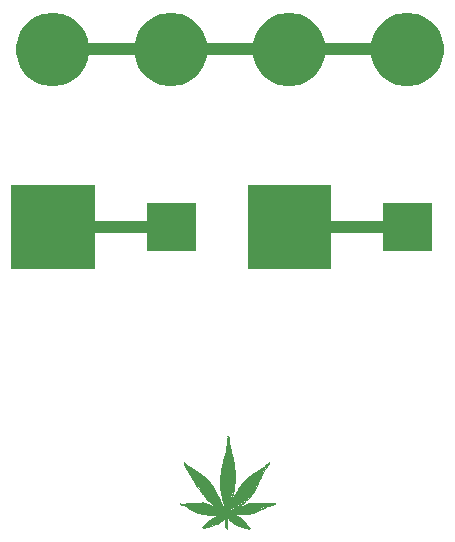
<source format=gbr>
G04 #@! TF.GenerationSoftware,KiCad,Pcbnew,(5.1.5-0)*
G04 #@! TF.CreationDate,2021-01-12T22:56:50-08:00*
G04 #@! TF.ProjectId,trackydacks,74726163-6b79-4646-9163-6b732e6b6963,rev?*
G04 #@! TF.SameCoordinates,Original*
G04 #@! TF.FileFunction,Soldermask,Top*
G04 #@! TF.FilePolarity,Negative*
%FSLAX46Y46*%
G04 Gerber Fmt 4.6, Leading zero omitted, Abs format (unit mm)*
G04 Created by KiCad (PCBNEW (5.1.5-0)) date 2021-01-12 22:56:50*
%MOMM*%
%LPD*%
G04 APERTURE LIST*
%ADD10C,1.000000*%
%ADD11C,0.100000*%
%ADD12C,0.000002*%
%ADD13C,0.001000*%
G04 APERTURE END LIST*
D10*
X135250000Y15500000D02*
X105250000Y15500000D01*
X125750000Y500000D02*
X135250000Y500000D01*
X105250000Y500000D02*
X115250000Y500000D01*
D11*
G36*
X137250000Y-1500000D02*
G01*
X133250000Y-1500000D01*
X133250000Y2500000D01*
X137250000Y2500000D01*
X137250000Y-1500000D01*
G37*
X137250000Y-1500000D02*
X133250000Y-1500000D01*
X133250000Y2500000D01*
X137250000Y2500000D01*
X137250000Y-1500000D01*
G36*
X117250000Y-1500000D02*
G01*
X113250000Y-1500000D01*
X113250000Y2500000D01*
X117250000Y2500000D01*
X117250000Y-1500000D01*
G37*
X117250000Y-1500000D02*
X113250000Y-1500000D01*
X113250000Y2500000D01*
X117250000Y2500000D01*
X117250000Y-1500000D01*
G36*
X128750000Y-3000000D02*
G01*
X121750000Y-3000000D01*
X121750000Y4000000D01*
X128750000Y4000000D01*
X128750000Y-3000000D01*
G37*
X128750000Y-3000000D02*
X121750000Y-3000000D01*
X121750000Y4000000D01*
X128750000Y4000000D01*
X128750000Y-3000000D01*
G36*
X108750000Y-3000000D02*
G01*
X101750000Y-3000000D01*
X101750000Y4000000D01*
X108750000Y4000000D01*
X108750000Y-3000000D01*
G37*
X108750000Y-3000000D02*
X101750000Y-3000000D01*
X101750000Y4000000D01*
X108750000Y4000000D01*
X108750000Y-3000000D01*
G36*
X120660400Y-23947650D02*
G01*
X121212850Y-24227050D01*
X121539875Y-24554075D01*
X121674813Y-24784263D01*
X121906588Y-25054138D01*
X121600200Y-24970000D01*
X121346200Y-24893800D01*
X121168400Y-24830300D01*
X120793750Y-24696950D01*
X120434975Y-24503275D01*
X120174625Y-24217525D01*
X120050800Y-24055600D01*
X120114300Y-24093700D01*
X120088900Y-24030200D01*
X120152400Y-23858750D01*
X120660400Y-23947650D01*
G37*
X120660400Y-23947650D02*
X121212850Y-24227050D01*
X121539875Y-24554075D01*
X121674813Y-24784263D01*
X121906588Y-25054138D01*
X121600200Y-24970000D01*
X121346200Y-24893800D01*
X121168400Y-24830300D01*
X120793750Y-24696950D01*
X120434975Y-24503275D01*
X120174625Y-24217525D01*
X120050800Y-24055600D01*
X120114300Y-24093700D01*
X120088900Y-24030200D01*
X120152400Y-23858750D01*
X120660400Y-23947650D01*
G36*
X119866650Y-23966700D02*
G01*
X119498350Y-24398500D01*
X119060200Y-24671550D01*
X118679200Y-24811250D01*
X117929900Y-24976350D01*
X118412500Y-24449300D01*
X118806200Y-24182600D01*
X119174500Y-23979400D01*
X119644400Y-23903200D01*
X119669800Y-23903200D01*
X119866650Y-23966700D01*
G37*
X119866650Y-23966700D02*
X119498350Y-24398500D01*
X119060200Y-24671550D01*
X118679200Y-24811250D01*
X117929900Y-24976350D01*
X118412500Y-24449300D01*
X118806200Y-24182600D01*
X119174500Y-23979400D01*
X119644400Y-23903200D01*
X119669800Y-23903200D01*
X119866650Y-23966700D01*
G36*
X123073400Y-22938000D02*
G01*
X123505200Y-22963400D01*
X124083207Y-22973943D01*
X123403600Y-23128500D01*
X122971800Y-23319000D01*
X122628900Y-23534900D01*
X122209800Y-23700000D01*
X121676400Y-23788900D01*
X121231900Y-23814300D01*
X120654050Y-23795250D01*
X120076200Y-23776200D01*
X120012700Y-23700000D01*
X120228600Y-23636500D01*
X120235585Y-23585700D01*
X120551815Y-23458700D01*
X121085850Y-23230100D01*
X121638300Y-23026900D01*
X122032000Y-22912600D01*
X122476500Y-22912600D01*
X123073400Y-22938000D01*
G37*
X123073400Y-22938000D02*
X123505200Y-22963400D01*
X124083207Y-22973943D01*
X123403600Y-23128500D01*
X122971800Y-23319000D01*
X122628900Y-23534900D01*
X122209800Y-23700000D01*
X121676400Y-23788900D01*
X121231900Y-23814300D01*
X120654050Y-23795250D01*
X120076200Y-23776200D01*
X120012700Y-23700000D01*
X120228600Y-23636500D01*
X120235585Y-23585700D01*
X120551815Y-23458700D01*
X121085850Y-23230100D01*
X121638300Y-23026900D01*
X122032000Y-22912600D01*
X122476500Y-22912600D01*
X123073400Y-22938000D01*
G36*
X123060700Y-20283700D02*
G01*
X122819400Y-20779000D01*
X122616200Y-21236200D01*
X122355850Y-21756900D01*
X122082800Y-22112500D01*
X121771650Y-22525250D01*
X121301750Y-22918950D01*
X120800100Y-23255500D01*
X119695200Y-23852400D01*
X119720600Y-23522200D01*
X120025400Y-23471400D01*
X120273050Y-23033250D01*
X120488950Y-22569700D01*
X120654050Y-22239500D01*
X120838200Y-21947400D01*
X121003300Y-21629900D01*
X121282700Y-21274300D01*
X121562100Y-20956800D01*
X121892300Y-20664700D01*
X122235200Y-20436100D01*
X122616200Y-20182100D01*
X123009900Y-19915400D01*
X123543300Y-19521700D01*
X123060700Y-20283700D01*
G37*
X123060700Y-20283700D02*
X122819400Y-20779000D01*
X122616200Y-21236200D01*
X122355850Y-21756900D01*
X122082800Y-22112500D01*
X121771650Y-22525250D01*
X121301750Y-22918950D01*
X120800100Y-23255500D01*
X119695200Y-23852400D01*
X119720600Y-23522200D01*
X120025400Y-23471400D01*
X120273050Y-23033250D01*
X120488950Y-22569700D01*
X120654050Y-22239500D01*
X120838200Y-21947400D01*
X121003300Y-21629900D01*
X121282700Y-21274300D01*
X121562100Y-20956800D01*
X121892300Y-20664700D01*
X122235200Y-20436100D01*
X122616200Y-20182100D01*
X123009900Y-19915400D01*
X123543300Y-19521700D01*
X123060700Y-20283700D01*
G36*
X120215900Y-18150100D02*
G01*
X120317500Y-18632700D01*
X120431800Y-19089900D01*
X120514350Y-19420100D01*
X120577850Y-19801100D01*
X120622300Y-20321800D01*
X120622300Y-20855200D01*
X120571500Y-21439400D01*
X120508000Y-21960100D01*
X120365125Y-22455400D01*
X120066675Y-23471400D01*
X119853950Y-23420600D01*
X119619000Y-22506200D01*
X119445962Y-21642600D01*
X119461837Y-20855200D01*
X119514225Y-20194800D01*
X119676150Y-19420100D01*
X119911100Y-18607300D01*
X120038100Y-17832600D01*
X120101600Y-17311900D01*
X120215900Y-18150100D01*
G37*
X120215900Y-18150100D02*
X120317500Y-18632700D01*
X120431800Y-19089900D01*
X120514350Y-19420100D01*
X120577850Y-19801100D01*
X120622300Y-20321800D01*
X120622300Y-20855200D01*
X120571500Y-21439400D01*
X120508000Y-21960100D01*
X120365125Y-22455400D01*
X120066675Y-23471400D01*
X119853950Y-23420600D01*
X119619000Y-22506200D01*
X119445962Y-21642600D01*
X119461837Y-20855200D01*
X119514225Y-20194800D01*
X119676150Y-19420100D01*
X119911100Y-18607300D01*
X120038100Y-17832600D01*
X120101600Y-17311900D01*
X120215900Y-18150100D01*
G36*
X116596400Y-19724900D02*
G01*
X116913900Y-19966200D01*
X117479050Y-20283700D01*
X118075950Y-20715500D01*
X118450600Y-21096500D01*
X118850650Y-21661650D01*
X119447550Y-22842750D01*
X119746000Y-23407900D01*
X119758700Y-23420600D01*
X119428500Y-23446000D01*
X119326900Y-23395200D01*
X118971300Y-23147550D01*
X118564900Y-22779250D01*
X118234700Y-22430000D01*
X117879100Y-21998200D01*
X117599700Y-21579100D01*
X117409200Y-21325100D01*
X117155200Y-20867900D01*
X116901200Y-20499600D01*
X116659900Y-20080500D01*
X116380500Y-19521700D01*
X116596400Y-19724900D01*
G37*
X116596400Y-19724900D02*
X116913900Y-19966200D01*
X117479050Y-20283700D01*
X118075950Y-20715500D01*
X118450600Y-21096500D01*
X118850650Y-21661650D01*
X119447550Y-22842750D01*
X119746000Y-23407900D01*
X119758700Y-23420600D01*
X119428500Y-23446000D01*
X119326900Y-23395200D01*
X118971300Y-23147550D01*
X118564900Y-22779250D01*
X118234700Y-22430000D01*
X117879100Y-21998200D01*
X117599700Y-21579100D01*
X117409200Y-21325100D01*
X117155200Y-20867900D01*
X116901200Y-20499600D01*
X116659900Y-20080500D01*
X116380500Y-19521700D01*
X116596400Y-19724900D01*
G36*
X118002925Y-22903075D02*
G01*
X118339475Y-22998325D01*
X118603000Y-23090400D01*
X119301500Y-23496800D01*
X119331980Y-23524740D01*
X119339600Y-23509500D01*
X119339600Y-23522200D01*
X119331980Y-23524740D01*
X119250700Y-23687300D01*
X119644400Y-23827000D01*
X119434850Y-23852400D01*
X119041150Y-23877800D01*
X118564900Y-23877800D01*
X118120400Y-23814300D01*
X117637800Y-23700000D01*
X117244100Y-23585700D01*
X116837700Y-23357100D01*
X116520200Y-23128500D01*
X116113800Y-23001500D01*
X116761500Y-22950700D01*
X117294900Y-22912600D01*
X117758450Y-22906250D01*
X118002925Y-22903075D01*
G37*
X118002925Y-22903075D02*
X118339475Y-22998325D01*
X118603000Y-23090400D01*
X119301500Y-23496800D01*
X119331980Y-23524740D01*
X119339600Y-23509500D01*
X119339600Y-23522200D01*
X119331980Y-23524740D01*
X119250700Y-23687300D01*
X119644400Y-23827000D01*
X119434850Y-23852400D01*
X119041150Y-23877800D01*
X118564900Y-23877800D01*
X118120400Y-23814300D01*
X117637800Y-23700000D01*
X117244100Y-23585700D01*
X116837700Y-23357100D01*
X116520200Y-23128500D01*
X116113800Y-23001500D01*
X116761500Y-22950700D01*
X117294900Y-22912600D01*
X117758450Y-22906250D01*
X118002925Y-22903075D01*
G36*
X120000000Y-23484100D02*
G01*
X119788862Y-23677775D01*
X120007937Y-23773025D01*
X120758825Y-24315950D01*
X120577850Y-24411200D01*
X120000000Y-23954000D01*
X120012700Y-25046200D01*
X119898400Y-24906500D01*
X119892050Y-24017500D01*
X119936500Y-24017500D01*
X119555500Y-23801600D01*
X119269750Y-23649200D01*
X119434850Y-23369800D01*
X120000000Y-23484100D01*
G37*
X120000000Y-23484100D02*
X119788862Y-23677775D01*
X120007937Y-23773025D01*
X120758825Y-24315950D01*
X120577850Y-24411200D01*
X120000000Y-23954000D01*
X120012700Y-25046200D01*
X119898400Y-24906500D01*
X119892050Y-24017500D01*
X119936500Y-24017500D01*
X119555500Y-23801600D01*
X119269750Y-23649200D01*
X119434850Y-23369800D01*
X120000000Y-23484100D01*
D12*
X119479586Y-21796968D02*
X119486414Y-21863404D01*
X116060628Y-22985206D02*
G75*
G02X116062745Y-22980474I8833J-1112D01*
G01*
X116062745Y-22980475D02*
G75*
G02X116067170Y-22977659I6961J-6056D01*
G01*
X116067171Y-22977659D02*
G75*
G02X116076272Y-22975641I21302J-74534D01*
G01*
X116119176Y-22969928D02*
X116076272Y-22975641D01*
X116175382Y-22964579D02*
X116119176Y-22969928D01*
X116249523Y-22959059D02*
X116175382Y-22964579D01*
X116350810Y-22952773D02*
X116249523Y-22959059D01*
X116464250Y-22945535D02*
X116350810Y-22952773D01*
X116555159Y-22938329D02*
X116464250Y-22945535D01*
X116635946Y-22930142D02*
X116555159Y-22938329D01*
X116717522Y-22919967D02*
X116635946Y-22930142D01*
X116795588Y-22910763D02*
X116717522Y-22919967D01*
X116894548Y-22901810D02*
X116795588Y-22910763D01*
X117002731Y-22893949D02*
X116894548Y-22901810D01*
X117110022Y-22888039D02*
X117002731Y-22893949D01*
X117158893Y-22885783D02*
X117110022Y-22888039D01*
X117228084Y-22882592D02*
X117158893Y-22885783D01*
X117303746Y-22879104D02*
X117228084Y-22882592D01*
X117375022Y-22875821D02*
X117303746Y-22879104D01*
X117542892Y-22868843D02*
X117375022Y-22875821D01*
X117717753Y-22863052D02*
X117542892Y-22868843D01*
X117891324Y-22858069D02*
X117717753Y-22863052D01*
X117891324Y-22858069D02*
G75*
G02X117900393Y-22860507I462J-16364D01*
G01*
X117903889Y-22861762D02*
G75*
G02X117900393Y-22860507I1209J8867D01*
G01*
X117919388Y-22863775D02*
X117903889Y-22861762D01*
X117937771Y-22865819D02*
X117919388Y-22863775D01*
X117958715Y-22867713D02*
X117937771Y-22865819D01*
X119470054Y-21687481D02*
X119472649Y-21717124D01*
X120612378Y-23847086D02*
X120657522Y-23850622D01*
X120563537Y-23843388D02*
X120612378Y-23847086D01*
X120518194Y-23840058D02*
X120563537Y-23843388D01*
X120485022Y-23837755D02*
X120518194Y-23840058D01*
X120453615Y-23835486D02*
X120485022Y-23837755D01*
X120414584Y-23832326D02*
X120453615Y-23835486D01*
X120374606Y-23828849D02*
X120414584Y-23832326D01*
X120340022Y-23825579D02*
X120374606Y-23828849D01*
X120278512Y-23820402D02*
X120340022Y-23825579D01*
X120226901Y-23818134D02*
X120278512Y-23820402D01*
X118831364Y-21580665D02*
X118702584Y-21373051D01*
X118960123Y-21810277D02*
X118831364Y-21580665D01*
X120263811Y-23844985D02*
X120225611Y-23837712D01*
X120301820Y-23851668D02*
X120263811Y-23844985D01*
X120327522Y-23855429D02*
X120301820Y-23851668D01*
X120327522Y-23855429D02*
G75*
G02X120415850Y-23871576I-96572J-777952D01*
G01*
X120542223Y-23904860D02*
X120415850Y-23871576D01*
X120681550Y-23947366D02*
X120542223Y-23904860D01*
X120815022Y-23994009D02*
X120681550Y-23947366D01*
X120858649Y-24011046D02*
X120815022Y-23994009D01*
X120904637Y-24030487D02*
X120858649Y-24011046D01*
X120952079Y-24051930D02*
X120904637Y-24030487D01*
X121000085Y-24074987D02*
X120952079Y-24051930D01*
X121000085Y-24074988D02*
G75*
G02X121152408Y-24162179I-639105J-1293158D01*
G01*
X119600081Y-22547260D02*
X119602098Y-22557528D01*
X122620021Y-21215299D02*
G75*
G02X122619743Y-21216562I-3003J0D01*
G01*
X122611209Y-21234952D02*
X122619743Y-21216562D01*
X122601523Y-21255632D02*
X122611209Y-21234952D01*
X122590022Y-21279870D02*
X122601523Y-21255632D01*
X122578521Y-21304146D02*
X122590022Y-21279870D01*
X122568834Y-21324951D02*
X122578521Y-21304146D01*
X122560385Y-21343329D02*
X122568834Y-21324951D01*
X122560021Y-21344995D02*
G75*
G02X122560385Y-21343329I3995J0D01*
G01*
X122560021Y-21344995D02*
G75*
G02X122559292Y-21348297I-7840J0D01*
G01*
X122520677Y-21431421D02*
X122559292Y-21348297D01*
X122477758Y-21523339D02*
X122520677Y-21431421D01*
X122427442Y-21630277D02*
X122477758Y-21523339D01*
X122404537Y-21678174D02*
X122427442Y-21630277D01*
X122376801Y-21734980D02*
X122404537Y-21678174D01*
X122347730Y-21793998D02*
X122376801Y-21734980D01*
X122347731Y-21793997D02*
G75*
G02X122345022Y-21797777I-12801J6311D01*
G01*
X122343589Y-21799614D02*
G75*
G02X122345022Y-21797777I8150J-4881D01*
G01*
X122340177Y-21805418D02*
X122343588Y-21799615D01*
X122336238Y-21812435D02*
X122340177Y-21805418D01*
X122332041Y-21820277D02*
X122336238Y-21812435D01*
X122323008Y-21837116D02*
X122332041Y-21820277D01*
X122312309Y-21856309D02*
X122323008Y-21837116D01*
X122301117Y-21875799D02*
X122312309Y-21856309D01*
X122290563Y-21893576D02*
X122301117Y-21875799D01*
X122286359Y-21900601D02*
X122290563Y-21893576D01*
X122279895Y-21911546D02*
X122286359Y-21900601D01*
X122272630Y-21923921D02*
X122279895Y-21911546D01*
X122265538Y-21936076D02*
X122272630Y-21923921D01*
X122265539Y-21936076D02*
G75*
G02X122176513Y-22074537I-1594117J927112D01*
G01*
X122060765Y-22228716D02*
X122176513Y-22074537D01*
X121929379Y-22385115D02*
X122060765Y-22228716D01*
X121792561Y-22530767D02*
X121929379Y-22385115D01*
X121792561Y-22530767D02*
G75*
G02X121512462Y-22788051I-2992746J2977019D01*
G01*
X121202444Y-23026945D02*
X121512462Y-22788051D01*
X120846530Y-23258868D02*
X121202444Y-23026945D01*
X120427522Y-23495384D02*
X120846530Y-23258868D01*
X120407210Y-23506206D02*
X120427522Y-23495384D01*
X120383256Y-23519049D02*
X120407210Y-23506206D01*
X120359541Y-23531825D02*
X120383256Y-23519049D01*
X120340022Y-23542411D02*
X120359541Y-23531825D01*
X120322766Y-23551769D02*
X120340022Y-23542411D01*
X120306062Y-23560749D02*
X120322766Y-23551769D01*
X120291782Y-23568359D02*
X120306062Y-23560749D01*
X120284097Y-23572337D02*
X120291782Y-23568359D01*
X120267847Y-23582144D02*
G75*
G02X120284097Y-23572337I73169J-102870D01*
G01*
X120251467Y-23595234D02*
G75*
G02X120267847Y-23582145I125077J-139731D01*
G01*
X120238112Y-23608375D02*
G75*
G02X120251467Y-23595234I145858J-134885D01*
G01*
X120235021Y-23616267D02*
G75*
G02X120238111Y-23608375I11624J0D01*
G01*
X120235871Y-23619781D02*
G75*
G02X120235022Y-23616267I6849J3514D01*
G01*
X120238155Y-23621737D02*
G75*
G02X120235870Y-23619780I1247J3768D01*
G01*
X120242397Y-23622198D02*
G75*
G02X120238155Y-23621737I-1044J10127D01*
G01*
X120249641Y-23621103D02*
G75*
G02X120242398Y-23622199I-15184J75919D01*
G01*
X120268149Y-23615366D02*
G75*
G02X120249641Y-23621104I-36945J86448D01*
G01*
X120328992Y-23589023D02*
X120268149Y-23615366D01*
X120396972Y-23558528D02*
X120328992Y-23589023D01*
X120465022Y-23526643D02*
X120396972Y-23558528D01*
X120488044Y-23515656D02*
X120465022Y-23526643D01*
X120513850Y-23503400D02*
X120488044Y-23515656D01*
X120538478Y-23491750D02*
X120513850Y-23503400D01*
X120557522Y-23482798D02*
X120538478Y-23491750D01*
X120577497Y-23473393D02*
X120557522Y-23482798D01*
X120605600Y-23460054D02*
X120577497Y-23473393D01*
X120636247Y-23445444D02*
X120605600Y-23460054D01*
X120665022Y-23431661D02*
X120636247Y-23445444D01*
X120719936Y-23405361D02*
X120665022Y-23431661D01*
X120761702Y-23385535D02*
X120719936Y-23405361D01*
X120796707Y-23369148D02*
X120761702Y-23385535D01*
X120830022Y-23353816D02*
X120796707Y-23369148D01*
X120865354Y-23337574D02*
X120830022Y-23353816D01*
X120931774Y-23306749D02*
X120865354Y-23337574D01*
X120999694Y-23275132D02*
X120931774Y-23306749D01*
X121047522Y-23252733D02*
X120999694Y-23275132D01*
X121194502Y-23184657D02*
X121047522Y-23252733D01*
X121345333Y-23116903D02*
X121194502Y-23184657D01*
X121483653Y-23056658D02*
X121345333Y-23116903D01*
X121590022Y-23012680D02*
X121483653Y-23056658D01*
X121643337Y-22991611D02*
X121590022Y-23012680D01*
X121678135Y-22978359D02*
X121643337Y-22991611D01*
X121707932Y-22967769D02*
X121678135Y-22978359D01*
X121742522Y-22956289D02*
X121707932Y-22967769D01*
X121801620Y-22938467D02*
X121742522Y-22956289D01*
X121863071Y-22922384D02*
X121801620Y-22938467D01*
X121924574Y-22908597D02*
X121863071Y-22922384D01*
X121983822Y-22897669D02*
X121924574Y-22908597D01*
X122025789Y-22891782D02*
X121983822Y-22897669D01*
X122061324Y-22888975D02*
X122025789Y-22891782D01*
X122105896Y-22888261D02*
X122061324Y-22888975D01*
X122186322Y-22889370D02*
X122105896Y-22888261D01*
X122243234Y-22890735D02*
X122186322Y-22889370D01*
X122301607Y-22892737D02*
X122243234Y-22890735D01*
X122353546Y-22895032D02*
X122301607Y-22892737D01*
X122387522Y-22897267D02*
X122353546Y-22895032D01*
X122418287Y-22899702D02*
X122387522Y-22897267D01*
X122457662Y-22902627D02*
X122418287Y-22899702D01*
X122498691Y-22905545D02*
X122457662Y-22902627D01*
X122535022Y-22907990D02*
X122498691Y-22905545D01*
X122572057Y-22910418D02*
X122535022Y-22907990D01*
X122615318Y-22913293D02*
X122572057Y-22910418D01*
X122657867Y-22916150D02*
X122615318Y-22913293D01*
X122692522Y-22918510D02*
X122657867Y-22916150D01*
X122745145Y-22920680D02*
X122692522Y-22918510D01*
X122937897Y-22923130D02*
X122745145Y-22920680D01*
X123166132Y-22925346D02*
X122937897Y-22923130D01*
X123422522Y-22926997D02*
X123166132Y-22925346D01*
X123760194Y-22928974D02*
X123422522Y-22926997D01*
X123946598Y-22930953D02*
X123760194Y-22928974D01*
X124075267Y-22933028D02*
X123946598Y-22930953D01*
X124075267Y-22933028D02*
G75*
G02X124088772Y-22936729I-500J-28318D01*
G01*
X124088772Y-22936728D02*
G75*
G02X124097766Y-22945160I-13045J-22929D01*
G01*
X124097766Y-22945160D02*
G75*
G02X124100023Y-22955412I-12281J-8079D01*
G01*
X124100023Y-22955413D02*
G75*
G02X124094871Y-22965674I-18220J2725D01*
G01*
X124094870Y-22965673D02*
G75*
G02X124083207Y-22973943I-29662J29474D01*
G01*
X124083208Y-22973944D02*
G75*
G02X124065174Y-22981131I-63623J133418D01*
G01*
X124000776Y-23001805D02*
X124065174Y-22981131D01*
X123938093Y-23021392D02*
X124000776Y-23001805D01*
X123902522Y-23031377D02*
X123938093Y-23021392D01*
X123773171Y-23068169D02*
X123902522Y-23031377D01*
X123598786Y-23125203D02*
X123773171Y-23068169D01*
X123419767Y-23188251D02*
X123598786Y-23125203D01*
X123272522Y-23245274D02*
X123419767Y-23188251D01*
X123149199Y-23298078D02*
X123272522Y-23245274D01*
X123003927Y-23364591D02*
X123149199Y-23298078D01*
X122862600Y-23432490D02*
X123003927Y-23364591D01*
X122752522Y-23489199D02*
X122862600Y-23432490D01*
X122618504Y-23560433D02*
X122752522Y-23489199D01*
X122533440Y-23602696D02*
X122618504Y-23560433D01*
X122458987Y-23635131D02*
X122533440Y-23602696D01*
X122367522Y-23670178D02*
X122458987Y-23635131D01*
X122292423Y-23697307D02*
X122367522Y-23670178D01*
X122252851Y-23710723D02*
X122292423Y-23697307D01*
X122213400Y-23722598D02*
X122252851Y-23710723D01*
X122140022Y-23743034D02*
X122213400Y-23722598D01*
X122020804Y-23772545D02*
X122140022Y-23743034D01*
X121883620Y-23800279D02*
X122020804Y-23772545D01*
X121745884Y-23823156D02*
X121883620Y-23800279D01*
X121625022Y-23837838D02*
X121745884Y-23823156D01*
X121601013Y-23840138D02*
X121625022Y-23837838D01*
X121566506Y-23843487D02*
X121601013Y-23840138D01*
X121528547Y-23847195D02*
X121566506Y-23843487D01*
X121492522Y-23850739D02*
X121528547Y-23847195D01*
X121358935Y-23858145D02*
X121492522Y-23850739D01*
X121086190Y-23859806D02*
X121358935Y-23858145D01*
X120813070Y-23857895D02*
X121086190Y-23859806D01*
X120657522Y-23850622D02*
X120813070Y-23857895D01*
X120184700Y-23817876D02*
X120226901Y-23818134D01*
X120180021Y-23822584D02*
G75*
G02X120184700Y-23817876I4709J-1D01*
G01*
X120181145Y-23824719D02*
G75*
G02X120180022Y-23822585I1466J2134D01*
G01*
X120185529Y-23827293D02*
G75*
G02X120181144Y-23824719I15819J31971D01*
G01*
X119110636Y-22088155D02*
X119094341Y-22058062D01*
X119121221Y-22107777D02*
X119110636Y-22088155D01*
X120511249Y-22483226D02*
X120464982Y-22580277D01*
X120596807Y-22312328D02*
X120511249Y-22483226D01*
X120683548Y-22141636D02*
X120596807Y-22312328D01*
X120724269Y-22066527D02*
X120683548Y-22141636D01*
X120738678Y-22041366D02*
X120724269Y-22066527D01*
X120749929Y-22021636D02*
X120738678Y-22041366D01*
X120759609Y-22004555D02*
X120749929Y-22021636D01*
X120769048Y-21987777D02*
X120759609Y-22004555D01*
X120775983Y-21975624D02*
X120769048Y-21987777D01*
X120787590Y-21955731D02*
X120775983Y-21975624D01*
X120800976Y-21932985D02*
X120787590Y-21955731D01*
X120814458Y-21910277D02*
X120800976Y-21932985D01*
X120827575Y-21888268D02*
X120814458Y-21910277D01*
X120839864Y-21867624D02*
X120827575Y-21888268D01*
X120850197Y-21850243D02*
X120839864Y-21867624D01*
X120854889Y-21842307D02*
X120850197Y-21850243D01*
X120899259Y-21770233D02*
X120854889Y-21842307D01*
X120962393Y-21673837D02*
X120899259Y-21770233D01*
X121029939Y-21574271D02*
X120962393Y-21673837D01*
X121089543Y-21490277D02*
X121029939Y-21574271D01*
X121146819Y-21413641D02*
X121089543Y-21490277D01*
X121217177Y-21323061D02*
X121146819Y-21413641D01*
X121284639Y-21238542D02*
X121217177Y-21323061D01*
X121327847Y-21187777D02*
X121284639Y-21238542D01*
X122635064Y-21181889D02*
X122644416Y-21161958D01*
X122627187Y-21198945D02*
X122635064Y-21181889D01*
X122620294Y-21214044D02*
X122627187Y-21198945D01*
X122620022Y-21215299D02*
G75*
G02X122620294Y-21214044I3026J0D01*
G01*
X119075985Y-22024222D02*
X119058037Y-21991194D01*
X119094341Y-22058062D02*
X119075985Y-22024222D01*
X121912904Y-25082618D02*
G75*
G02X121912962Y-25090934I-10582J-4233D01*
G01*
X121912961Y-25090934D02*
G75*
G02X121910571Y-25093771I-5287J2029D01*
G01*
X121910571Y-25093771D02*
G75*
G02X121905675Y-25095933I-11328J19028D01*
G01*
X121905675Y-25095934D02*
G75*
G02X121898837Y-25097326I-10822J35655D01*
G01*
X121898838Y-25097325D02*
G75*
G02X121890414Y-25097777I-8424J78322D01*
G01*
X120393609Y-22741378D02*
X120385721Y-22760277D01*
X120420843Y-22679384D02*
X120393609Y-22741378D01*
X120447720Y-22618594D02*
X120420843Y-22679384D01*
X120464982Y-22580277D02*
X120447720Y-22618594D01*
X121890414Y-25097778D02*
G75*
G02X121875921Y-25096825I0J110737D01*
G01*
X121875921Y-25096825D02*
G75*
G02X121863016Y-25093965I9971J75534D01*
G01*
X121863016Y-25093965D02*
G75*
G02X121846281Y-25087761I53575J170197D01*
G01*
X121815022Y-25074046D02*
X121846281Y-25087761D01*
X121751838Y-25047762D02*
X121815022Y-25074046D01*
X121685736Y-25024319D02*
X121751838Y-25047762D01*
X121614120Y-25002862D02*
X121685736Y-25024319D01*
X121534294Y-24982548D02*
X121614120Y-25002862D01*
X121397606Y-24949292D02*
X121534294Y-24982548D01*
X119130128Y-22124323D02*
X119121221Y-22107777D01*
X119140235Y-22143074D02*
X119130128Y-22124323D01*
X120253305Y-23086243D02*
X120244490Y-23106661D01*
X120263179Y-23062378D02*
X120253305Y-23086243D01*
X120274497Y-23034151D02*
X120263179Y-23062378D01*
X120287768Y-23000277D02*
X120274497Y-23034151D01*
X120293655Y-22985324D02*
X120287768Y-23000277D01*
X120300109Y-22969333D02*
X120293655Y-22985324D01*
X120306173Y-22954627D02*
X120300109Y-22969333D01*
X121152408Y-24162178D02*
G75*
G02X121290509Y-24265987I-743206J-1132487D01*
G01*
X121290509Y-24265987D02*
G75*
G02X121408604Y-24381641I-808447J-943632D01*
G01*
X121408604Y-24381641D02*
G75*
G02X121501099Y-24504225I-691614J-618042D01*
G01*
X121593113Y-24647827D02*
X121501099Y-24504225D01*
X121658325Y-24744131D02*
X121593113Y-24647827D01*
X121719278Y-24826381D02*
X121658325Y-24744131D01*
X121794380Y-24920045D02*
X121719278Y-24826381D01*
X121837947Y-24972822D02*
X121794380Y-24920045D01*
X121851771Y-24989809D02*
X121837947Y-24972822D01*
X121862079Y-25003035D02*
X121851771Y-24989809D01*
X119634498Y-19470277D02*
X119620636Y-19520269D01*
X120310691Y-22944082D02*
X120306173Y-22954627D01*
X120314264Y-22935606D02*
X120310691Y-22944082D01*
X120317281Y-22927667D02*
X120314264Y-22935606D01*
X120319553Y-22920959D02*
X120317281Y-22927667D01*
X120320021Y-22917966D02*
G75*
G02X120319553Y-22920959I-9805J0D01*
G01*
X120320021Y-22917965D02*
G75*
G02X120320501Y-22914968I9600J-1D01*
G01*
X120322848Y-22908209D02*
X120320501Y-22914968D01*
X120325958Y-22900210D02*
X120322848Y-22908209D01*
X120329642Y-22891661D02*
X120325958Y-22900210D01*
X120343866Y-22859784D02*
X120329642Y-22891661D01*
X120352969Y-22838632D02*
X120343866Y-22859784D01*
X120359166Y-22823491D02*
X120352969Y-22838632D01*
X120360007Y-22819082D02*
G75*
G02X120359166Y-22823491I-11749J-43D01*
G01*
X120360007Y-22819082D02*
G75*
G02X120360459Y-22816632I6738J25D01*
G01*
X120363194Y-22809786D02*
X120360459Y-22816632D01*
X120366707Y-22801673D02*
X120363194Y-22809786D01*
X120370874Y-22792777D02*
X120366707Y-22801673D01*
X120375330Y-22783430D02*
X120370874Y-22792777D01*
X120379723Y-22773949D02*
X120375330Y-22783430D01*
X120383495Y-22765577D02*
X120379723Y-22773949D01*
X120385721Y-22760277D02*
X120383495Y-22765577D01*
X121877281Y-25023316D02*
X121862079Y-25003035D01*
X121893683Y-25046689D02*
X121877281Y-25023316D01*
X121893683Y-25046690D02*
G75*
G02X121905528Y-25066666I-194982J-129113D01*
G01*
X121905528Y-25066666D02*
G75*
G02X121912903Y-25082618I-148143J-78170D01*
G01*
X121337272Y-21177192D02*
X121327847Y-21187777D01*
X121357031Y-21154856D02*
X121337272Y-21177192D01*
X121380430Y-21128361D02*
X121357031Y-21154856D01*
X121405193Y-21100277D02*
X121380430Y-21128361D01*
X121513704Y-20983304D02*
X121405193Y-21100277D01*
X121646053Y-20852079D02*
X121513704Y-20983304D01*
X121777297Y-20730085D02*
X121646053Y-20852079D01*
X121880250Y-20644220D02*
X121777297Y-20730085D01*
X121967428Y-20578727D02*
X121880250Y-20644220D01*
X122046415Y-20523278D02*
X121967428Y-20578727D01*
X122148457Y-20456351D02*
X122046415Y-20523278D01*
X122327522Y-20342769D02*
X122148457Y-20456351D01*
X122389629Y-20303344D02*
X122327522Y-20342769D01*
X122456365Y-20260469D02*
X122389629Y-20303344D01*
X122517965Y-20220471D02*
X122456365Y-20260469D01*
X122562522Y-20190991D02*
X122517965Y-20220471D01*
X122697222Y-20099298D02*
X122562522Y-20190991D01*
X122820866Y-20012251D02*
X122697222Y-20099298D01*
X122968690Y-19904774D02*
X122820866Y-20012251D01*
X123190022Y-19740957D02*
X122968690Y-19904774D01*
X123233928Y-19708350D02*
X123190022Y-19740957D01*
X123276959Y-19676446D02*
X123233928Y-19708350D01*
X123314011Y-19649020D02*
X123276959Y-19676446D01*
X123335022Y-19633543D02*
X123314011Y-19649020D01*
X123351209Y-19621646D02*
X123335022Y-19633543D01*
X123368850Y-19608643D02*
X123351209Y-19621646D01*
X123385320Y-19596471D02*
X123368850Y-19608643D01*
X123397522Y-19587414D02*
X123385320Y-19596471D01*
X123437477Y-19559270D02*
X123397522Y-19587414D01*
X123492952Y-19523208D02*
X123437477Y-19559270D01*
X123549438Y-19487759D02*
X123492952Y-19523208D01*
X123549438Y-19487760D02*
G75*
G02X123564761Y-19481269I28471J-45884D01*
G01*
X123564761Y-19481268D02*
G75*
G02X123577504Y-19479947I10974J-43717D01*
G01*
X123577504Y-19479947D02*
G75*
G02X123584070Y-19484069I-305J-7776D01*
G01*
X123584070Y-19484070D02*
G75*
G02X123584527Y-19492656I-8997J-4784D01*
G01*
X123584527Y-19492655D02*
G75*
G02X123577667Y-19505539I-63438J25510D01*
G01*
X123565329Y-19522507D02*
X123577667Y-19505539D01*
X123545976Y-19546851D02*
X123565329Y-19522507D01*
X123526429Y-19570518D02*
X123545976Y-19546851D01*
X123526429Y-19570517D02*
G75*
G02X123516963Y-19580277I-72727J61071D01*
G01*
X123499895Y-19598072D02*
G75*
G02X123516963Y-19580277I123500J-101373D01*
G01*
X123445948Y-19664257D02*
X123499895Y-19598072D01*
X123391922Y-19731904D02*
X123445948Y-19664257D01*
X123351038Y-19785277D02*
X123391922Y-19731904D01*
X123274034Y-19893698D02*
X123351038Y-19785277D01*
X123213980Y-19989678D02*
X123274034Y-19893698D01*
X123148409Y-20110452D02*
X123213980Y-19989678D01*
X123045463Y-20315277D02*
X123148409Y-20110452D01*
X123012314Y-20382396D02*
X123045463Y-20315277D01*
X122982337Y-20443418D02*
X123012314Y-20382396D01*
X122957300Y-20494652D02*
X122982337Y-20443418D01*
X122948740Y-20512777D02*
X122957300Y-20494652D01*
X122933870Y-20544997D02*
X122948740Y-20512777D01*
X122898656Y-20620485D02*
X122933870Y-20544997D01*
X122863434Y-20695815D02*
X122898656Y-20620485D01*
X122842505Y-20740277D02*
X122863434Y-20695815D01*
X122836270Y-20753483D02*
X122842505Y-20740277D01*
X122826572Y-20774090D02*
X122836270Y-20753483D01*
X122815623Y-20797387D02*
X122826572Y-20774090D01*
X122804881Y-20820277D02*
X122815623Y-20797387D01*
X122752656Y-20931614D02*
X122804881Y-20820277D01*
X122705466Y-21032138D02*
X122752656Y-20931614D01*
X122666565Y-21114935D02*
X122705466Y-21032138D01*
X122644416Y-21161958D02*
X122666565Y-21114935D01*
X119456089Y-20470173D02*
X119450432Y-20547777D01*
X119491414Y-20134273D02*
X119489359Y-20151746D01*
X119499812Y-21975277D02*
X119502112Y-21991881D01*
X117220022Y-23604199D02*
X117285345Y-23631444D01*
X117172193Y-23582386D02*
X117220022Y-23604199D01*
X117096008Y-23545116D02*
X117172193Y-23582386D01*
X117013874Y-23504229D02*
X117096008Y-23545116D01*
X117958715Y-22867712D02*
G75*
G02X118037077Y-22877867I-68767J-838110D01*
G01*
X118134167Y-22897547D02*
X118037077Y-22877867D01*
X118238541Y-22923880D02*
X118134167Y-22897547D01*
X118340022Y-22954629D02*
X118238541Y-22923880D01*
X118411345Y-22978648D02*
X118340022Y-22954629D01*
X118462918Y-22997344D02*
X118411345Y-22978648D01*
X118514767Y-23018060D02*
X118462918Y-22997344D01*
X118587522Y-23048978D02*
X118514767Y-23018060D01*
X118636095Y-23071297D02*
X118587522Y-23048978D01*
X118722054Y-23113707D02*
X118636095Y-23071297D01*
X118807800Y-23157003D02*
X118722054Y-23113707D01*
X118857522Y-23183724D02*
X118807800Y-23157003D01*
X118874485Y-23193290D02*
X118857522Y-23183724D01*
X118892381Y-23203359D02*
X118874485Y-23193290D01*
X118908665Y-23212503D02*
X118892381Y-23203359D01*
X118920022Y-23218855D02*
X118908665Y-23212503D01*
X118967579Y-23246350D02*
X118920022Y-23218855D01*
X119029264Y-23283880D02*
X118967579Y-23246350D01*
X119094127Y-23324579D02*
X119029264Y-23283880D01*
X119152522Y-23362529D02*
X119094127Y-23324579D01*
X119269621Y-23439782D02*
X119152522Y-23362529D01*
X119284217Y-23442895D02*
G75*
G02X119269621Y-23439782I-3296J20324D01*
G01*
X119285880Y-23436626D02*
G75*
G02X119284217Y-23442894I-2231J-2763D01*
G01*
X119186635Y-23356997D02*
X119285879Y-23436626D01*
X119076355Y-23268615D02*
X119186635Y-23356997D01*
X118955655Y-23171064D02*
X119076355Y-23268615D01*
X118846190Y-23082022D02*
X118955655Y-23171064D01*
X118797522Y-23041366D02*
X118846190Y-23082022D01*
X118560218Y-22828564D02*
X118797522Y-23041366D01*
X118331976Y-22603889D02*
X118560218Y-22828564D01*
X118126302Y-22381368D02*
X118331976Y-22603889D01*
X117957522Y-22175413D02*
X118126302Y-22381368D01*
X117947035Y-22161730D02*
X117957522Y-22175413D01*
X117930933Y-22140881D02*
X117947035Y-22161730D01*
X117912804Y-22117489D02*
X117930933Y-22140881D01*
X117895094Y-22094720D02*
X117912804Y-22117489D01*
X117850771Y-22036679D02*
X117895094Y-22094720D01*
X117798022Y-21965362D02*
X117850771Y-22036679D01*
X117743294Y-21889659D02*
X117798022Y-21965362D01*
X117692611Y-21817777D02*
X117743294Y-21889659D01*
X117615794Y-21705183D02*
X117692611Y-21817777D01*
X117503314Y-21536047D02*
X117615794Y-21705183D01*
X117392960Y-21368079D02*
X117503314Y-21536047D01*
X117327810Y-21265811D02*
X117392960Y-21368079D01*
X117312852Y-21241839D02*
X117327810Y-21265811D01*
X117293501Y-21211028D02*
X117312852Y-21241839D01*
X117273210Y-21178853D02*
X117293501Y-21211028D01*
X117255098Y-21150277D02*
X117273210Y-21178853D01*
X117232466Y-21114465D02*
X117255098Y-21150277D01*
X117194344Y-21053699D02*
X117232466Y-21114465D01*
X117150478Y-20983586D02*
X117194344Y-21053699D01*
X117106299Y-20912777D02*
X117150478Y-20983586D01*
X117063762Y-20844522D02*
X117106299Y-20912777D01*
X117024866Y-20782137D02*
X117063762Y-20844522D01*
X116992249Y-20729846D02*
X117024866Y-20782137D01*
X116980010Y-20710277D02*
X116992249Y-20729846D01*
X116937630Y-20641590D02*
X116980010Y-20710277D01*
X116867790Y-20526106D02*
X116937630Y-20641590D01*
X116797729Y-20409490D02*
X116867790Y-20526106D01*
X116772165Y-20365277D02*
X116797729Y-20409490D01*
X116769328Y-20360248D02*
X116772165Y-20365277D01*
X116765217Y-20353074D02*
X116769328Y-20360248D01*
X116760674Y-20345211D02*
X116765217Y-20353074D01*
X116756342Y-20337777D02*
X116760674Y-20345211D01*
X116727044Y-20287083D02*
X116756342Y-20337777D01*
X116668968Y-20185057D02*
X116727044Y-20287083D01*
X116610346Y-20081702D02*
X116668968Y-20185057D01*
X116588754Y-20042777D02*
X116610346Y-20081702D01*
X116579351Y-20025536D02*
X116588754Y-20042777D01*
X116567835Y-20004543D02*
X116579351Y-20025536D01*
X116556140Y-19983314D02*
X116567835Y-20004543D01*
X116546150Y-19965277D02*
X116556140Y-19983314D01*
X116517394Y-19910797D02*
X116546150Y-19965277D01*
X116462647Y-19800518D02*
X116517394Y-19910797D01*
X116402078Y-19677345D02*
X116462647Y-19800518D01*
X116402079Y-19677345D02*
G75*
G02X116400022Y-19668491I18028J8854D01*
G01*
X116399530Y-19665636D02*
G75*
G02X116400022Y-19668491I-8045J-2855D01*
G01*
X116397209Y-19659477D02*
X116399530Y-19665636D01*
X116394113Y-19652210D02*
X116397209Y-19659477D01*
X116390446Y-19644500D02*
X116394113Y-19652210D01*
X116390446Y-19644500D02*
G75*
G02X116375567Y-19610779I353949J176315D01*
G01*
X116362376Y-19572674D02*
X116375567Y-19610779D01*
X116352797Y-19537022D02*
X116362376Y-19572674D01*
X116352798Y-19537021D02*
G75*
G02X116350022Y-19512709I105091J24312D01*
G01*
X116350022Y-19512709D02*
G75*
G02X116352313Y-19501889I26694J0D01*
G01*
X116352313Y-19501889D02*
G75*
G02X116358734Y-19493767I19006J-8428D01*
G01*
X116358734Y-19493767D02*
G75*
G02X116368045Y-19489963I11741J-15439D01*
G01*
X116368045Y-19489963D02*
G75*
G02X116378409Y-19491121I2783J-22042D01*
G01*
X119299378Y-23449505D02*
G75*
G02X119307816Y-23455118I-42084J-72409D01*
G01*
X119293690Y-23448010D02*
G75*
G02X119299378Y-23449505I137J-11046D01*
G01*
X119292163Y-23450169D02*
G75*
G02X119293690Y-23448010I1547J525D01*
G01*
X119295021Y-23455277D02*
G75*
G02X119292163Y-23450169I12406J10295D01*
G01*
X119298004Y-23458135D02*
G75*
G02X119295022Y-23455277I10995J14458D01*
G01*
X119301808Y-23460528D02*
G75*
G02X119298004Y-23458136I11528J22553D01*
G01*
X119305813Y-23462133D02*
G75*
G02X119301808Y-23460528I6762J22671D01*
G01*
X119309384Y-23462619D02*
G75*
G02X119305813Y-23462133I-229J11691D01*
G01*
X119313439Y-23462263D02*
G75*
G02X119309384Y-23462618I-4642J29680D01*
G01*
X119314221Y-23461131D02*
G75*
G02X119313438Y-23462263I-929J-194D01*
G01*
X119313100Y-23459282D02*
G75*
G02X119314221Y-23461131I-2062J-2515D01*
G01*
X119307816Y-23455118D02*
X119313100Y-23459282D01*
X120082574Y-17269496D02*
G75*
G02X120091771Y-17260571I24520J-16067D01*
G01*
X120091771Y-17260571D02*
G75*
G02X120102879Y-17257745I10107J-16484D01*
G01*
X120102879Y-17257745D02*
G75*
G02X120113607Y-17261707I-996J-19203D01*
G01*
X120113606Y-17261707D02*
G75*
G02X120121759Y-17271527I-17650J-22947D01*
G01*
X120121760Y-17271527D02*
G75*
G02X120133695Y-17304885I-124673J-63421D01*
G01*
X120149153Y-17380779D02*
X120133695Y-17304885D01*
X120166249Y-17480893D02*
X120149153Y-17380779D01*
X120184771Y-17607777D02*
X120166249Y-17480893D01*
X120189195Y-17639649D02*
X120184771Y-17607777D01*
X120193664Y-17671324D02*
X120189195Y-17639649D01*
X120197609Y-17698853D02*
X120193664Y-17671324D01*
X120200058Y-17715277D02*
X120197609Y-17698853D01*
X120202198Y-17729274D02*
X120200058Y-17715277D01*
X120204846Y-17746746D02*
X120202198Y-17729274D01*
X120207550Y-17764693D02*
X120204846Y-17746746D01*
X120209879Y-17780277D02*
X120207550Y-17764693D01*
X120250474Y-18045675D02*
X120209879Y-17780277D01*
X120282146Y-18233530D02*
X120250474Y-18045675D01*
X120312899Y-18391341D02*
X120282146Y-18233530D01*
X120349454Y-18555379D02*
X120312899Y-18391341D01*
X120374492Y-18658731D02*
X120349454Y-18555379D01*
X120406786Y-18786990D02*
X120374492Y-18658731D01*
X120438947Y-18912230D02*
X120406786Y-18786990D01*
X120449546Y-18947777D02*
X120438947Y-18912230D01*
X120451577Y-18954390D02*
X120449546Y-18947777D01*
X120454324Y-18964684D02*
X120451577Y-18954390D01*
X120457226Y-18976332D02*
X120454324Y-18964684D01*
X120459866Y-18987777D02*
X120457226Y-18976332D01*
X120462509Y-18999406D02*
X120459866Y-18987777D01*
X120465418Y-19011606D02*
X120462509Y-18999406D01*
X120468167Y-19022654D02*
X120465418Y-19011606D01*
X120470219Y-19030277D02*
X120468167Y-19022654D01*
X120491211Y-19111306D02*
X120470219Y-19030277D01*
X120520319Y-19239530D02*
X120491211Y-19111306D01*
X120547583Y-19367148D02*
X120520319Y-19239530D01*
X120560471Y-19440277D02*
X120547583Y-19367148D01*
X120562659Y-19454272D02*
X120560471Y-19440277D01*
X120565675Y-19471746D02*
X120562659Y-19454272D01*
X120568972Y-19489692D02*
X120565675Y-19471746D01*
X120572053Y-19505277D02*
X120568972Y-19489692D01*
X120583969Y-19571401D02*
X120572053Y-19505277D01*
X120598521Y-19670705D02*
X120583969Y-19571401D01*
X120613047Y-19782002D02*
X120598521Y-19670705D01*
X120625375Y-19890277D02*
X120613047Y-19782002D01*
X120633692Y-19977355D02*
X120625375Y-19890277D01*
X120641238Y-20073355D02*
X120633692Y-19977355D01*
X120649412Y-20196795D02*
X120641238Y-20073355D01*
X120659993Y-20375277D02*
X120649412Y-20196795D01*
X120664428Y-20511801D02*
X120659993Y-20375277D01*
X120663207Y-20673699D02*
X120664428Y-20511801D01*
D13*
X120656205Y-20880188D02*
X120663207Y-20673699D01*
X120642243Y-21160277D02*
X120656205Y-20880188D01*
D12*
X120638309Y-21213260D02*
X120642243Y-21160277D01*
X120629073Y-21307488D02*
X120638309Y-21213260D01*
X120618702Y-21404897D02*
X120629073Y-21307488D01*
X120609856Y-21477777D02*
X120618702Y-21404897D01*
X120607613Y-21495020D02*
X120609856Y-21477777D01*
X120604937Y-21516012D02*
X120607613Y-21495020D01*
X120602271Y-21537241D02*
X120604937Y-21516012D01*
X120600050Y-21555277D02*
X120602271Y-21537241D01*
X120597806Y-21572962D02*
X120600050Y-21555277D01*
X120595075Y-21593074D02*
X120597806Y-21572962D01*
X120592299Y-21612476D02*
X120595075Y-21593074D01*
X120589942Y-21627777D02*
X120592299Y-21612476D01*
X120587622Y-21642744D02*
X120589942Y-21627777D01*
X120584972Y-21661012D02*
X120587622Y-21642744D01*
X120582418Y-21679518D02*
X120584972Y-21661012D01*
X120580389Y-21695277D02*
X120582418Y-21679518D01*
X120561335Y-21817675D02*
X120580389Y-21695277D01*
X120521650Y-22019623D02*
X120561335Y-21817675D01*
X120478766Y-22221371D02*
X120521650Y-22019623D01*
X120447485Y-22345277D02*
X120478766Y-22221371D01*
X120444512Y-22355948D02*
X120447485Y-22345277D01*
X120441467Y-22367340D02*
X120444512Y-22355948D01*
X120438776Y-22377807D02*
X120441467Y-22367340D01*
X120436995Y-22385277D02*
X120438776Y-22377807D01*
X120427390Y-22423770D02*
X120436995Y-22385277D01*
X120397648Y-22531388D02*
X120427390Y-22423770D01*
X120367938Y-22637284D02*
X120397648Y-22531388D01*
X120350778Y-22695277D02*
X120367938Y-22637284D01*
X120346460Y-22709274D02*
X120350778Y-22695277D01*
X120341080Y-22726746D02*
X120346460Y-22709274D01*
X120335561Y-22744693D02*
X120341080Y-22726746D01*
X120330776Y-22760277D02*
X120335561Y-22744693D01*
X120313681Y-22814093D02*
X120330776Y-22760277D01*
X120282504Y-22908295D02*
X120313681Y-22814093D01*
X120249871Y-23005470D02*
X120282504Y-22908295D01*
X120224966Y-23077777D02*
X120249871Y-23005470D01*
X120214918Y-23106638D02*
X120224966Y-23077777D01*
X120205745Y-23133387D02*
X120214918Y-23106638D01*
X120198156Y-23155862D02*
X120205745Y-23133387D01*
X120195217Y-23165277D02*
X120198156Y-23155862D01*
X120192515Y-23174002D02*
X120195217Y-23165277D01*
X120186887Y-23190861D02*
X120192515Y-23174002D01*
X120180133Y-23210670D02*
X120186887Y-23190861D01*
X120172951Y-23231307D02*
X120180133Y-23210670D01*
X120155426Y-23284707D02*
X120172951Y-23231307D01*
X120155298Y-23304677D02*
G75*
G02X120155426Y-23284707I33535J9771D01*
G01*
X120162456Y-23305327D02*
G75*
G02X120155299Y-23304677I-3451J1730D01*
G01*
X120182120Y-23262777D02*
X120162455Y-23305327D01*
X120188098Y-23248783D02*
X120182120Y-23262777D01*
X120194664Y-23233598D02*
X120188098Y-23248783D01*
X120200839Y-23219472D02*
X120194664Y-23233598D01*
X120205464Y-23209082D02*
X120200839Y-23219472D01*
X120209124Y-23200664D02*
X120205464Y-23209082D01*
X120212214Y-23192904D02*
X120209124Y-23200664D01*
X120214584Y-23186362D02*
X120212214Y-23192904D01*
X120215021Y-23183771D02*
G75*
G02X120214584Y-23186362I-7897J0D01*
G01*
X120215021Y-23183771D02*
G75*
G02X120215482Y-23181197I7424J0D01*
G01*
X120217959Y-23174785D02*
X120215482Y-23181197D01*
X120221191Y-23167186D02*
X120217959Y-23174785D01*
X120225022Y-23158958D02*
X120221191Y-23167186D01*
X120228851Y-23150659D02*
X120225022Y-23158958D01*
X120232084Y-23142840D02*
X120228851Y-23150659D01*
X120234508Y-23136216D02*
X120232084Y-23142840D01*
X120235021Y-23133153D02*
G75*
G02X120234508Y-23136216I-9398J0D01*
G01*
X120235022Y-23133153D02*
G75*
G02X120235503Y-23130064I10154J0D01*
G01*
X120237803Y-23123264D02*
X120235503Y-23130064D01*
X120240864Y-23115223D02*
X120237803Y-23123264D01*
X120244490Y-23106661D02*
X120240864Y-23115223D01*
X119014682Y-21908855D02*
X119010103Y-21900347D01*
X119014682Y-21908855D02*
G75*
G02X119015022Y-21910212I-2538J-1357D01*
G01*
X119004695Y-21890555D02*
X118998277Y-21879295D01*
X119010103Y-21900347D02*
X119004695Y-21890555D01*
X117013874Y-23504228D02*
G75*
G02X117005022Y-23497537I13556J27135D01*
G01*
X117003092Y-23495897D02*
G75*
G02X117005022Y-23497537I-5453J-8377D01*
G01*
X116995912Y-23491285D02*
X117003091Y-23495898D01*
X116987281Y-23485930D02*
X116995912Y-23491285D01*
X116977522Y-23480101D02*
X116987281Y-23485930D01*
X116967356Y-23474103D02*
X116977522Y-23480101D01*
X116957487Y-23468234D02*
X116967356Y-23474103D01*
X116949047Y-23463177D02*
X116957487Y-23468234D01*
X116944424Y-23460341D02*
X116949047Y-23463177D01*
X116940259Y-23457797D02*
X116944424Y-23460341D01*
X116934094Y-23454150D02*
X116940259Y-23457797D01*
X116927233Y-23450155D02*
X116934094Y-23454150D01*
X116920629Y-23446375D02*
X116927233Y-23450155D01*
X116920629Y-23446375D02*
G75*
G02X116910474Y-23439975I63669J112281D01*
G01*
X116882016Y-23420005D02*
X116910474Y-23439975D01*
X116848261Y-23395940D02*
X116882016Y-23420005D01*
X116811226Y-23369103D02*
X116848261Y-23395940D01*
X116633114Y-23246773D02*
X116811226Y-23369103D01*
X116486099Y-23163678D02*
G75*
G02X116633114Y-23246773I-631554J-1288984D01*
G01*
X116326951Y-23096610D02*
G75*
G02X116486098Y-23163679I-510715J-1434241D01*
G01*
X116108826Y-23024954D02*
X116326951Y-23096611D01*
X116076926Y-23015042D02*
X116108826Y-23024954D01*
X116076927Y-23015042D02*
G75*
G02X116066329Y-23010106I14167J44263D01*
G01*
X116066329Y-23010106D02*
G75*
G02X116061681Y-23004159I5938J9430D01*
G01*
X116061681Y-23004159D02*
G75*
G02X116060076Y-22994254I30438J10015D01*
G01*
X116060076Y-22994254D02*
G75*
G02X116060628Y-22985206I70514J241D01*
G01*
X121285632Y-24919595D02*
X121397606Y-24949292D01*
X121198054Y-24893690D02*
X121285632Y-24919595D01*
X121198055Y-24893690D02*
G75*
G02X121142522Y-24873101I169046J541143D01*
G01*
X121137486Y-24871027D02*
X121142522Y-24873101D01*
X121130318Y-24868265D02*
X121137486Y-24871027D01*
X121122455Y-24865344D02*
X121130318Y-24868265D01*
X121115022Y-24862696D02*
X121122455Y-24865344D01*
X121107177Y-24859863D02*
X121115022Y-24862696D01*
X121098034Y-24856363D02*
X121107177Y-24859863D01*
X121089059Y-24852778D02*
X121098034Y-24856363D01*
X121081766Y-24849691D02*
X121089059Y-24852778D01*
X121075511Y-24847043D02*
X121081766Y-24849691D01*
X121069752Y-24844808D02*
X121075511Y-24847043D01*
X121064899Y-24843092D02*
X121069752Y-24844808D01*
X121062993Y-24842777D02*
G75*
G02X121064899Y-24843092I0J-5933D01*
G01*
X121062993Y-24842778D02*
G75*
G02X121059189Y-24842029I0J10037D01*
G01*
X120964667Y-24803305D02*
X121059189Y-24842029D01*
X120881032Y-24768860D02*
X120964667Y-24803305D01*
X120835022Y-24749343D02*
X120881032Y-24768860D01*
X120784226Y-24726283D02*
X120835022Y-24749343D01*
X120714035Y-24692512D02*
X120784226Y-24726283D01*
X120646005Y-24658811D02*
X120714035Y-24692512D01*
X120610022Y-24639386D02*
X120646005Y-24658811D01*
X120584250Y-24624488D02*
X120610022Y-24639386D01*
X120565712Y-24613819D02*
X120584250Y-24624488D01*
X120552040Y-24606010D02*
X120565712Y-24613819D01*
X120542522Y-24600665D02*
X120552040Y-24606010D01*
X120502423Y-24576144D02*
X120542522Y-24600665D01*
X120452352Y-24541071D02*
X120502423Y-24576144D01*
X120399465Y-24500893D02*
X120452352Y-24541071D01*
X120350022Y-24460105D02*
X120399465Y-24500893D01*
X120350022Y-24460106D02*
G75*
G02X120270238Y-24383873I695822J808099D01*
G01*
X120270238Y-24383873D02*
G75*
G02X120198595Y-24299661I781638J737557D01*
G01*
X120198596Y-24299661D02*
G75*
G02X120135002Y-24207259I878955J673003D01*
G01*
X120135001Y-24207258D02*
G75*
G02X120079292Y-24106527I1044989J643704D01*
G01*
X120066672Y-24082136D02*
X120079292Y-24106527D01*
X120058836Y-24071479D02*
G75*
G02X120066672Y-24082136I-34612J-33661D01*
G01*
X120052757Y-24069559D02*
G75*
G02X120058835Y-24071478I1254J-6611D01*
G01*
X120047112Y-24073439D02*
G75*
G02X120052758Y-24069558I7228J-4468D01*
G01*
X120045653Y-24078424D02*
G75*
G02X120047112Y-24073440I9773J-154D01*
G01*
X120043420Y-24221549D02*
X120045654Y-24078424D01*
X120041301Y-24381187D02*
X120043420Y-24221549D01*
X120039456Y-24569690D02*
X120041301Y-24381187D01*
X120037665Y-24758576D02*
X120039456Y-24569690D01*
X120035717Y-24919472D02*
X120037665Y-24758576D01*
X120033721Y-25062425D02*
X120035717Y-24919472D01*
X120033721Y-25062424D02*
G75*
G02X120032565Y-25071527I-41009J581D01*
G01*
X120032565Y-25071527D02*
G75*
G02X120031012Y-25075830I-20606J5007D01*
G01*
X120031011Y-25075830D02*
G75*
G02X120028627Y-25079473I-15676J7660D01*
G01*
X120028628Y-25079473D02*
G75*
G02X120025815Y-25081944I-9855J8380D01*
G01*
X120025814Y-25081943D02*
G75*
G02X120022998Y-25082777I-2816J4339D01*
G01*
X120022998Y-25082778D02*
G75*
G02X120018527Y-25081046I0J6637D01*
G01*
X119995478Y-25059837D02*
X120018527Y-25081046D01*
X119969013Y-25034616D02*
X119995478Y-25059837D01*
X119938906Y-25004683D02*
X119969013Y-25034616D01*
X119861648Y-24926588D02*
X119938906Y-25004683D01*
X119858335Y-24626359D02*
X119861648Y-24926588D01*
X119857066Y-24501023D02*
X119858335Y-24626359D01*
X119855995Y-24372704D02*
X119857066Y-24501023D01*
X119855237Y-24258674D02*
X119855995Y-24372704D01*
X119855022Y-24184454D02*
X119855237Y-24258674D01*
X119854720Y-24123849D02*
X119855022Y-24184454D01*
X119853728Y-24079717D02*
X119854720Y-24123849D01*
X119852369Y-24044990D02*
X119853728Y-24079717D01*
X119850060Y-24042777D02*
G75*
G02X119852369Y-24044990I-1J-2312D01*
G01*
X119847054Y-24044088D02*
G75*
G02X119850059Y-24042777I3005J-2787D01*
G01*
X119836630Y-24055560D02*
X119847055Y-24044089D01*
X119824618Y-24069615D02*
X119836630Y-24055560D01*
X119811309Y-24086292D02*
X119824618Y-24069615D01*
X119719679Y-24196929D02*
X119811309Y-24086292D01*
X119621336Y-24301497D02*
X119719679Y-24196929D01*
X119522618Y-24393723D02*
X119621336Y-24301497D01*
X119522618Y-24393723D02*
G75*
G02X119430022Y-24466907I-785138J898227D01*
G01*
X119293872Y-24557727D02*
X119430022Y-24466907D01*
X119160543Y-24634003D02*
X119293872Y-24557727D01*
X119020115Y-24700989D02*
X119160543Y-24634003D01*
X118862522Y-24763854D02*
X119020115Y-24700989D01*
X118806592Y-24783017D02*
X118862522Y-24763854D01*
X118714001Y-24812067D02*
X118806592Y-24783017D01*
X118620530Y-24840489D02*
X118714001Y-24812067D01*
X118620531Y-24840489D02*
G75*
G02X118585022Y-24849348I-111894J372905D01*
G01*
X118575788Y-24851427D02*
X118585022Y-24849348D01*
X118526256Y-24863853D02*
X118575788Y-24851427D01*
X118468574Y-24878414D02*
X118526256Y-24863853D01*
X118402522Y-24895214D02*
X118468574Y-24878414D01*
X118335223Y-24912309D02*
X118402522Y-24895214D01*
X118273647Y-24927802D02*
X118335223Y-24912309D01*
X118222000Y-24940673D02*
X118273647Y-24927802D01*
X118202522Y-24945258D02*
X118222000Y-24940673D01*
X118189392Y-24948201D02*
X118202522Y-24945258D01*
X118174725Y-24951527D02*
X118189392Y-24948201D01*
X118160765Y-24954724D02*
X118174725Y-24951527D01*
X118150022Y-24957222D02*
X118160765Y-24954724D01*
X118126495Y-24962411D02*
X118150022Y-24957222D01*
X118069890Y-24974006D02*
X118126495Y-24962411D01*
X118006655Y-24986751D02*
X118069890Y-24974006D01*
X117946570Y-24998613D02*
X118006655Y-24986751D01*
X117930754Y-25001291D02*
X117946570Y-24998613D01*
X117930754Y-25001291D02*
G75*
G02X117919488Y-25002124I-11660J81132D01*
G01*
X117919487Y-25002124D02*
G75*
G02X117910662Y-25001315I-221J46104D01*
G01*
X117910662Y-25001315D02*
G75*
G02X117902820Y-24998823I6419J33790D01*
G01*
X117902820Y-24998822D02*
G75*
G02X117893799Y-24985506I6402J14050D01*
G01*
X117893799Y-24985506D02*
G75*
G02X117899252Y-24966313I31269J1487D01*
G01*
X117899252Y-24966313D02*
G75*
G02X117927331Y-24931110I257590J-176662D01*
G01*
X118009998Y-24842550D02*
X117927331Y-24931110D01*
X118047172Y-24803045D02*
X118009998Y-24842550D01*
X118086499Y-24761019D02*
X118047172Y-24803045D01*
X118122351Y-24722510D02*
X118086499Y-24761019D01*
X118147522Y-24695213D02*
X118122351Y-24722510D01*
X118190178Y-24649392D02*
X118147522Y-24695213D01*
X118226361Y-24612256D02*
X118190178Y-24649392D01*
X118263224Y-24576564D02*
X118226361Y-24612256D01*
X118307926Y-24535277D02*
X118263224Y-24576564D01*
X118327115Y-24517823D02*
X118307926Y-24535277D01*
X118343687Y-24502653D02*
X118327115Y-24517823D01*
X118358008Y-24489477D02*
X118343687Y-24502653D01*
X118360021Y-24487406D02*
G75*
G02X118358008Y-24489477I-19819J17259D01*
G01*
X118360021Y-24487407D02*
G75*
G02X118362103Y-24485349I14795J-12883D01*
G01*
X118380147Y-24470015D02*
X118362103Y-24485349D01*
X118400885Y-24452487D02*
X118380147Y-24470015D01*
X118425022Y-24432231D02*
X118400885Y-24452487D01*
X118530470Y-24347248D02*
X118425022Y-24432231D01*
X118630076Y-24273754D02*
X118530470Y-24347248D01*
X118730113Y-24207287D02*
X118630076Y-24273754D01*
X118836795Y-24143515D02*
X118730113Y-24207287D01*
X118870714Y-24125268D02*
X118836795Y-24143515D01*
X118926262Y-24097389D02*
X118870714Y-24125268D01*
X118982493Y-24069994D02*
X118926262Y-24097389D01*
X119020022Y-24052890D02*
X118982493Y-24069994D01*
X119059757Y-24035775D02*
X119020022Y-24052890D01*
X119079737Y-24027382D02*
X119059757Y-24035775D01*
X119095779Y-24021025D02*
X119079737Y-24027382D01*
X119116272Y-24013347D02*
X119095779Y-24021025D01*
X119129186Y-24008599D02*
X119116272Y-24013347D01*
X119144287Y-24003046D02*
X119129186Y-24008599D01*
X119159151Y-23997580D02*
X119144287Y-24003046D01*
X119171272Y-23993122D02*
X119159151Y-23997580D01*
X119206104Y-23981114D02*
X119171272Y-23993122D01*
X119263274Y-23963030D02*
X119206104Y-23981114D01*
X119320340Y-23945577D02*
X119263274Y-23963030D01*
X119347522Y-23938372D02*
X119320340Y-23945577D01*
X119403341Y-23924277D02*
X119347522Y-23938372D01*
X119468904Y-23905292D02*
X119403341Y-23924277D01*
X119530034Y-23886296D02*
X119468904Y-23905292D01*
X119529691Y-23883050D02*
G75*
G02X119530034Y-23886296I-161J-1658D01*
G01*
X119527681Y-23883099D02*
G75*
G02X119529690Y-23883051I1204J-8298D01*
G01*
X119519709Y-23884287D02*
X119527681Y-23883099D01*
X119510305Y-23885799D02*
X119519709Y-23884287D01*
X119499690Y-23887644D02*
X119510305Y-23885799D01*
X119474754Y-23891359D02*
X119499690Y-23887644D01*
X119430359Y-23896376D02*
X119474754Y-23891359D01*
X119365074Y-23903070D02*
X119430359Y-23896376D01*
X119263645Y-23912894D02*
X119365074Y-23903070D01*
X119235352Y-23915035D02*
X119263645Y-23912894D01*
X119181795Y-23917839D02*
X119235352Y-23915035D01*
X119118915Y-23920681D02*
X119181795Y-23917839D01*
X119053645Y-23923169D02*
X119118915Y-23920681D01*
X118908340Y-23926041D02*
X119053645Y-23923169D01*
X118781748Y-23923781D02*
X118908340Y-23926041D01*
X118636661Y-23915269D02*
X118781748Y-23923781D01*
X118425022Y-23897707D02*
X118636661Y-23915269D01*
X118364771Y-23891119D02*
X118425022Y-23897707D01*
X118281738Y-23879690D02*
X118364771Y-23891119D01*
X118184250Y-23864788D02*
X118281738Y-23879690D01*
X118077522Y-23847109D02*
X118184250Y-23864788D01*
X117971857Y-23827377D02*
X118077522Y-23847109D01*
X117854034Y-23802215D02*
X117971857Y-23827377D01*
X117737305Y-23774654D02*
X117854034Y-23802215D01*
X117635022Y-23747637D02*
X117737305Y-23774654D01*
X117619381Y-23743300D02*
X117635022Y-23747637D01*
X117603397Y-23738981D02*
X117619381Y-23743300D01*
X117589207Y-23735245D02*
X117603397Y-23738981D01*
X117580022Y-23732966D02*
X117589207Y-23735245D01*
X117571722Y-23730851D02*
X117580022Y-23732966D01*
X117561053Y-23727839D02*
X117571722Y-23730851D01*
X117549914Y-23724499D02*
X117561053Y-23727839D01*
X117540022Y-23721321D02*
X117549914Y-23724499D01*
X117528663Y-23717567D02*
X117540022Y-23721321D01*
X117512381Y-23712256D02*
X117528663Y-23717567D01*
X117494485Y-23706458D02*
X117512381Y-23712256D01*
X117477522Y-23701004D02*
X117494485Y-23706458D01*
X117413400Y-23679584D02*
X117477522Y-23701004D01*
X117349573Y-23656485D02*
X117413400Y-23679584D01*
X117285345Y-23631444D02*
X117349573Y-23656485D01*
X120191588Y-23829800D02*
G75*
G02X120185529Y-23827293I15601J46284D01*
G01*
X120198772Y-23831862D02*
G75*
G02X120191589Y-23829800I19033J79840D01*
G01*
X120225611Y-23837712D02*
X120198772Y-23831862D01*
X116378409Y-19491121D02*
G75*
G02X116393800Y-19499519I-19851J-54684D01*
G01*
X116433573Y-19530444D02*
X116393800Y-19499519D01*
X116480950Y-19569163D02*
X116433573Y-19530444D01*
X116533636Y-19614359D02*
X116480950Y-19569163D01*
X116698174Y-19752127D02*
X116533636Y-19614359D01*
X116843791Y-19860502D02*
X116698174Y-19752127D01*
X117012714Y-19969733D02*
X116843791Y-19860502D01*
X117257522Y-20114069D02*
X117012714Y-19969733D01*
X119571306Y-19706615D02*
X119547577Y-19815220D01*
X119494593Y-20106118D02*
X119492916Y-20120277D01*
X119286280Y-22420659D02*
X119246362Y-22342777D01*
X119400735Y-22649065D02*
X119286280Y-22420659D01*
X119593793Y-19622863D02*
X119590420Y-19635871D01*
X119609796Y-22590277D02*
X119612223Y-22599554D01*
X117980696Y-20596196D02*
X117949731Y-20571569D01*
X118034121Y-20640261D02*
X117980696Y-20596196D01*
X119655296Y-19399293D02*
X119640717Y-19448596D01*
X119041545Y-21960738D02*
X119027657Y-21934784D01*
X119058037Y-21991194D02*
X119041545Y-21960738D01*
X119607389Y-22580966D02*
X119609796Y-22590277D01*
X119530667Y-22912450D02*
G75*
G02X119530022Y-22909625I5867J2825D01*
G01*
X119570128Y-22994375D02*
X119530666Y-22912451D01*
X119493686Y-21928002D02*
X119499812Y-21975277D01*
X119590420Y-19635871D02*
X119587276Y-19647511D01*
X119610559Y-19557297D02*
X119602925Y-19586256D01*
X119622102Y-22643678D02*
X119625424Y-22658215D01*
X119619792Y-22632777D02*
X119622102Y-22643678D01*
X119617434Y-23092202D02*
X119570128Y-22994375D01*
X119680900Y-23222769D02*
X119617434Y-23092202D01*
X119994836Y-17795277D02*
X119983743Y-17888355D01*
X118390510Y-20969449D02*
X118307249Y-20884817D01*
X118457941Y-21043323D02*
X118390510Y-20969449D01*
X119015378Y-21911643D02*
G75*
G02X119015022Y-21910212I2699J1431D01*
G01*
X119027657Y-21934784D02*
X119015377Y-21911643D01*
X119457431Y-21534943D02*
X119460146Y-21574262D01*
X119436197Y-20990776D02*
X119441200Y-21210800D01*
X117312323Y-20145700D02*
X117257522Y-20114069D01*
X117365350Y-20176582D02*
X117312323Y-20145700D01*
X117410594Y-20203170D02*
X117365350Y-20176582D01*
X119462884Y-21610118D02*
X119465155Y-21635277D01*
X120064571Y-17313376D02*
G75*
G02X120082574Y-17269496I122645J-24684D01*
G01*
X119983743Y-17888355D02*
X119966692Y-18018323D01*
X119966692Y-18018323D02*
X119948247Y-18152128D01*
X119948247Y-18152128D02*
X119932296Y-18260277D01*
X119594799Y-22521609D02*
X119597913Y-22536189D01*
X119672754Y-19340648D02*
X119655296Y-19399293D01*
X119665004Y-22816641D02*
X119688021Y-22905658D01*
X119652687Y-22767777D02*
X119665004Y-22816641D01*
X119439221Y-20785430D02*
X119436197Y-20990776D01*
X119497211Y-20088074D02*
X119494593Y-20106118D01*
X119596912Y-19610277D02*
X119593793Y-19622863D01*
X118091890Y-20688546D02*
X118034121Y-20640261D01*
X118142522Y-20731589D02*
X118091890Y-20688546D01*
X119640717Y-19448596D02*
X119634498Y-19470277D01*
X119546332Y-22282567D02*
X119569739Y-22408706D01*
X119472649Y-21717124D02*
X119474772Y-21742777D01*
X119602098Y-22557528D02*
X119604678Y-22569391D01*
X119620636Y-19520269D02*
X119610559Y-19557297D01*
X119612223Y-22599554D02*
X119614997Y-22611012D01*
X119774298Y-18990004D02*
X119691595Y-19277777D01*
X119524401Y-22153232D02*
X119546332Y-22282567D01*
X119486414Y-21863404D02*
X119493686Y-21928002D01*
X117435022Y-20217924D02*
X117410594Y-20203170D01*
X117452943Y-20228971D02*
X117435022Y-20217924D01*
X117471647Y-20240441D02*
X117452943Y-20228971D01*
X117488524Y-20250743D02*
X117471647Y-20240441D01*
X117500022Y-20257694D02*
X117488524Y-20250743D01*
X119597913Y-22536189D02*
X119600081Y-22547260D01*
X119455160Y-21497777D02*
X119457431Y-21534943D01*
X119891058Y-18496192D02*
X119839522Y-18734580D01*
X119602925Y-19586256D02*
X119596912Y-19610277D01*
X119932296Y-18260277D02*
X119891058Y-18496192D01*
X119614997Y-22611012D02*
X119617668Y-22622709D01*
X119465155Y-21635277D02*
X119467410Y-21658549D01*
X119510387Y-22055277D02*
X119524401Y-22153232D01*
X119647592Y-22747213D02*
X119652687Y-22767777D01*
X119641964Y-22724684D02*
X119647592Y-22747213D01*
X117838770Y-20488408D02*
X117712111Y-20398124D01*
X117949731Y-20571569D02*
X117838770Y-20488408D01*
X119466010Y-20360768D02*
X119456089Y-20470173D01*
X119585002Y-19655277D02*
X119571306Y-19706615D01*
X118990348Y-21865352D02*
X118980163Y-21847052D01*
X118998277Y-21879295D02*
X118990348Y-21865352D01*
X119175179Y-22207925D02*
X119157627Y-22175277D01*
X119196050Y-22247166D02*
X119175179Y-22207925D01*
X119793771Y-23403775D02*
G75*
G02X119778450Y-23404191I-7814J5438D01*
G01*
X119801642Y-23377617D02*
G75*
G02X119793772Y-23403776I-43965J-1036D01*
G01*
X119591336Y-22506189D02*
X119594799Y-22521609D01*
X119504965Y-22013215D02*
X119507876Y-22035494D01*
X119500258Y-20069324D02*
X119497211Y-20088074D01*
X119492916Y-20120277D02*
X119491414Y-20134273D01*
X119474772Y-21742777D02*
X119479586Y-21796968D01*
X119219842Y-22292235D02*
X119196050Y-22247166D01*
X119246362Y-22342777D02*
X119219842Y-22292235D01*
X119476782Y-20253128D02*
X119466010Y-20360768D01*
X119839522Y-18734580D02*
X119774298Y-18990004D01*
X119547577Y-19815220D02*
X119525096Y-19924104D01*
X119529044Y-22905488D02*
X119400735Y-22649065D01*
X119529045Y-22905488D02*
G75*
G02X119530022Y-22909625I-8269J-4137D01*
G01*
X117590998Y-20315371D02*
X117500022Y-20257694D01*
X117712111Y-20398124D02*
X117590998Y-20315371D01*
X118576981Y-21192044D02*
X118457941Y-21043323D01*
X118702584Y-21373051D02*
X118576981Y-21192044D01*
X119525096Y-19924104D02*
X119514785Y-19985277D01*
X119691595Y-19277777D02*
X119672754Y-19340648D01*
X119467410Y-21658549D02*
X119470054Y-21687481D01*
X119503300Y-20052777D02*
X119500258Y-20069324D01*
X119512686Y-19999437D02*
X119509713Y-20017481D01*
X119485041Y-20185277D02*
X119476782Y-20253128D01*
X119762789Y-23190486D02*
X119784316Y-23278882D01*
X119729915Y-23065277D02*
X119762789Y-23190486D01*
X119629114Y-22673688D02*
X119632635Y-22687777D01*
X119625424Y-22658215D02*
X119629114Y-22673688D01*
X119588031Y-22492260D02*
X119591336Y-22506189D01*
X119506422Y-20036231D02*
X119503300Y-20052777D01*
X120042634Y-17432589D02*
X120019274Y-17590793D01*
X119489359Y-20151746D02*
X119487122Y-20169693D01*
X119604678Y-22569391D02*
X119607389Y-22580966D01*
X119569739Y-22408706D02*
X119588031Y-22492260D01*
X119450432Y-20547777D02*
X119439221Y-20785430D01*
X120064571Y-17313377D02*
X120042634Y-17432589D01*
X119514785Y-19985277D02*
X119512686Y-19999437D01*
X119711965Y-22997481D02*
X119729915Y-23065277D01*
X119688021Y-22905658D02*
X119711965Y-22997481D01*
X119507876Y-22035494D02*
X119510387Y-22055277D01*
X119636652Y-22703561D02*
X119641964Y-22724684D01*
X119632635Y-22687777D02*
X119636652Y-22703561D01*
X119460146Y-21574262D02*
X119462884Y-21610118D01*
X119797789Y-23342241D02*
G75*
G02X119801641Y-23377617I-205937J-40320D01*
G01*
X119784316Y-23278882D02*
X119797790Y-23342241D01*
X119149971Y-22161116D02*
X119140235Y-22143074D01*
X119157627Y-22175277D02*
X119149971Y-22161116D01*
X119617668Y-22622709D02*
X119619792Y-22632777D01*
X119509713Y-20017481D02*
X119506422Y-20036231D01*
X118220584Y-20801527D02*
X118142522Y-20731589D01*
X118307249Y-20884817D02*
X118220584Y-20801527D01*
X119502112Y-21991881D02*
X119504965Y-22013215D01*
X119487122Y-20169693D02*
X119485041Y-20185277D01*
X119587276Y-19647511D02*
X119585002Y-19655277D01*
X120019274Y-17590793D02*
X119994836Y-17795277D01*
X118969544Y-21827713D02*
X118960123Y-21810277D01*
X118980163Y-21847052D02*
X118969544Y-21827713D01*
X119745824Y-23352971D02*
X119680900Y-23222769D01*
X119778449Y-23404191D02*
G75*
G02X119745824Y-23352971I252153J196613D01*
G01*
X119441200Y-21210800D02*
X119455160Y-21497777D01*
D11*
G36*
X125854975Y3541415D02*
G01*
X126154528Y3481830D01*
X126718874Y3248070D01*
X127226772Y2908704D01*
X127658704Y2476772D01*
X127998070Y1968874D01*
X127998071Y1968872D01*
X128231830Y1404527D01*
X128351000Y805423D01*
X128351000Y194577D01*
X128318861Y33005D01*
X128231830Y-404528D01*
X127998070Y-968874D01*
X127658704Y-1476772D01*
X127226772Y-1908704D01*
X126718874Y-2248070D01*
X126154528Y-2481830D01*
X125854975Y-2541415D01*
X125555423Y-2601000D01*
X124944577Y-2601000D01*
X124645025Y-2541415D01*
X124345472Y-2481830D01*
X123781126Y-2248070D01*
X123273228Y-1908704D01*
X122841296Y-1476772D01*
X122501930Y-968874D01*
X122268170Y-404528D01*
X122181139Y33005D01*
X122149000Y194577D01*
X122149000Y805423D01*
X122268170Y1404527D01*
X122501929Y1968872D01*
X122501930Y1968874D01*
X122841296Y2476772D01*
X123273228Y2908704D01*
X123781126Y3248070D01*
X124345472Y3481830D01*
X124645025Y3541415D01*
X124944577Y3601000D01*
X125555423Y3601000D01*
X125854975Y3541415D01*
G37*
G36*
X105854975Y3541415D02*
G01*
X106154528Y3481830D01*
X106718874Y3248070D01*
X107226772Y2908704D01*
X107658704Y2476772D01*
X107998070Y1968874D01*
X107998071Y1968872D01*
X108231830Y1404527D01*
X108351000Y805423D01*
X108351000Y194577D01*
X108318861Y33005D01*
X108231830Y-404528D01*
X107998070Y-968874D01*
X107658704Y-1476772D01*
X107226772Y-1908704D01*
X106718874Y-2248070D01*
X106154528Y-2481830D01*
X105854975Y-2541415D01*
X105555423Y-2601000D01*
X104944577Y-2601000D01*
X104645025Y-2541415D01*
X104345472Y-2481830D01*
X103781126Y-2248070D01*
X103273228Y-1908704D01*
X102841296Y-1476772D01*
X102501930Y-968874D01*
X102268170Y-404528D01*
X102181139Y33005D01*
X102149000Y194577D01*
X102149000Y805423D01*
X102268170Y1404527D01*
X102501929Y1968872D01*
X102501930Y1968874D01*
X102841296Y2476772D01*
X103273228Y2908704D01*
X103781126Y3248070D01*
X104345472Y3481830D01*
X104645025Y3541415D01*
X104944577Y3601000D01*
X105555423Y3601000D01*
X105854975Y3541415D01*
G37*
G36*
X135446217Y2093335D02*
G01*
X135716995Y2039475D01*
X136008358Y1918788D01*
X136270578Y1743578D01*
X136493578Y1520578D01*
X136668788Y1258358D01*
X136789475Y966995D01*
X136851000Y657685D01*
X136851000Y342315D01*
X136789475Y33005D01*
X136668788Y-258358D01*
X136493578Y-520578D01*
X136270578Y-743578D01*
X136008358Y-918788D01*
X135716995Y-1039475D01*
X135446217Y-1093335D01*
X135407686Y-1101000D01*
X135092314Y-1101000D01*
X135053783Y-1093335D01*
X134783005Y-1039475D01*
X134491642Y-918788D01*
X134229422Y-743578D01*
X134006422Y-520578D01*
X133831212Y-258358D01*
X133710525Y33005D01*
X133649000Y342315D01*
X133649000Y657685D01*
X133710525Y966995D01*
X133831212Y1258358D01*
X134006422Y1520578D01*
X134229422Y1743578D01*
X134491642Y1918788D01*
X134783005Y2039475D01*
X135053783Y2093335D01*
X135092314Y2101000D01*
X135407686Y2101000D01*
X135446217Y2093335D01*
G37*
G36*
X115446217Y2093335D02*
G01*
X115716995Y2039475D01*
X116008358Y1918788D01*
X116270578Y1743578D01*
X116493578Y1520578D01*
X116668788Y1258358D01*
X116789475Y966995D01*
X116851000Y657685D01*
X116851000Y342315D01*
X116789475Y33005D01*
X116668788Y-258358D01*
X116493578Y-520578D01*
X116270578Y-743578D01*
X116008358Y-918788D01*
X115716995Y-1039475D01*
X115446217Y-1093335D01*
X115407686Y-1101000D01*
X115092314Y-1101000D01*
X115053783Y-1093335D01*
X114783005Y-1039475D01*
X114491642Y-918788D01*
X114229422Y-743578D01*
X114006422Y-520578D01*
X113831212Y-258358D01*
X113710525Y33005D01*
X113649000Y342315D01*
X113649000Y657685D01*
X113710525Y966995D01*
X113831212Y1258358D01*
X114006422Y1520578D01*
X114229422Y1743578D01*
X114491642Y1918788D01*
X114783005Y2039475D01*
X115053783Y2093335D01*
X115092314Y2101000D01*
X115407686Y2101000D01*
X115446217Y2093335D01*
G37*
G36*
X135854975Y18541415D02*
G01*
X136154528Y18481830D01*
X136718874Y18248070D01*
X137226772Y17908704D01*
X137658704Y17476772D01*
X137998070Y16968874D01*
X138231830Y16404528D01*
X138351000Y15805422D01*
X138351000Y15194578D01*
X138231830Y14595472D01*
X137998070Y14031126D01*
X137658704Y13523228D01*
X137226772Y13091296D01*
X136718874Y12751930D01*
X136154528Y12518170D01*
X135854975Y12458585D01*
X135555423Y12399000D01*
X134944577Y12399000D01*
X134645025Y12458585D01*
X134345472Y12518170D01*
X133781126Y12751930D01*
X133273228Y13091296D01*
X132841296Y13523228D01*
X132501930Y14031126D01*
X132268170Y14595472D01*
X132149000Y15194578D01*
X132149000Y15805422D01*
X132268170Y16404528D01*
X132501930Y16968874D01*
X132841296Y17476772D01*
X133273228Y17908704D01*
X133781126Y18248070D01*
X134345472Y18481830D01*
X134645025Y18541415D01*
X134944577Y18601000D01*
X135555423Y18601000D01*
X135854975Y18541415D01*
G37*
G36*
X125854975Y18541415D02*
G01*
X126154528Y18481830D01*
X126718874Y18248070D01*
X127226772Y17908704D01*
X127658704Y17476772D01*
X127998070Y16968874D01*
X128231830Y16404528D01*
X128351000Y15805422D01*
X128351000Y15194578D01*
X128231830Y14595472D01*
X127998070Y14031126D01*
X127658704Y13523228D01*
X127226772Y13091296D01*
X126718874Y12751930D01*
X126154528Y12518170D01*
X125854975Y12458585D01*
X125555423Y12399000D01*
X124944577Y12399000D01*
X124645025Y12458585D01*
X124345472Y12518170D01*
X123781126Y12751930D01*
X123273228Y13091296D01*
X122841296Y13523228D01*
X122501930Y14031126D01*
X122268170Y14595472D01*
X122149000Y15194578D01*
X122149000Y15805422D01*
X122268170Y16404528D01*
X122501930Y16968874D01*
X122841296Y17476772D01*
X123273228Y17908704D01*
X123781126Y18248070D01*
X124345472Y18481830D01*
X124645025Y18541415D01*
X124944577Y18601000D01*
X125555423Y18601000D01*
X125854975Y18541415D01*
G37*
G36*
X115854975Y18541415D02*
G01*
X116154528Y18481830D01*
X116718874Y18248070D01*
X117226772Y17908704D01*
X117658704Y17476772D01*
X117998070Y16968874D01*
X118231830Y16404528D01*
X118351000Y15805422D01*
X118351000Y15194578D01*
X118231830Y14595472D01*
X117998070Y14031126D01*
X117658704Y13523228D01*
X117226772Y13091296D01*
X116718874Y12751930D01*
X116154528Y12518170D01*
X115854975Y12458585D01*
X115555423Y12399000D01*
X114944577Y12399000D01*
X114645025Y12458585D01*
X114345472Y12518170D01*
X113781126Y12751930D01*
X113273228Y13091296D01*
X112841296Y13523228D01*
X112501930Y14031126D01*
X112268170Y14595472D01*
X112149000Y15194578D01*
X112149000Y15805422D01*
X112268170Y16404528D01*
X112501930Y16968874D01*
X112841296Y17476772D01*
X113273228Y17908704D01*
X113781126Y18248070D01*
X114345472Y18481830D01*
X114645025Y18541415D01*
X114944577Y18601000D01*
X115555423Y18601000D01*
X115854975Y18541415D01*
G37*
G36*
X105854975Y18541415D02*
G01*
X106154528Y18481830D01*
X106718874Y18248070D01*
X107226772Y17908704D01*
X107658704Y17476772D01*
X107998070Y16968874D01*
X108231830Y16404528D01*
X108351000Y15805422D01*
X108351000Y15194578D01*
X108231830Y14595472D01*
X107998070Y14031126D01*
X107658704Y13523228D01*
X107226772Y13091296D01*
X106718874Y12751930D01*
X106154528Y12518170D01*
X105854975Y12458585D01*
X105555423Y12399000D01*
X104944577Y12399000D01*
X104645025Y12458585D01*
X104345472Y12518170D01*
X103781126Y12751930D01*
X103273228Y13091296D01*
X102841296Y13523228D01*
X102501930Y14031126D01*
X102268170Y14595472D01*
X102149000Y15194578D01*
X102149000Y15805422D01*
X102268170Y16404528D01*
X102501930Y16968874D01*
X102841296Y17476772D01*
X103273228Y17908704D01*
X103781126Y18248070D01*
X104345472Y18481830D01*
X104645025Y18541415D01*
X104944577Y18601000D01*
X105555423Y18601000D01*
X105854975Y18541415D01*
G37*
M02*

</source>
